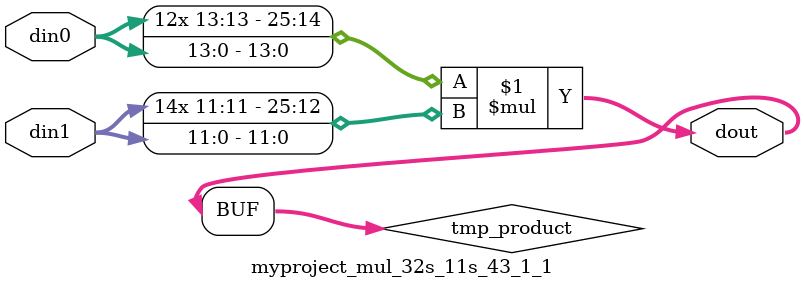
<source format=v>

`timescale 1 ns / 1 ps

  module myproject_mul_32s_11s_43_1_1(din0, din1, dout);
parameter ID = 1;
parameter NUM_STAGE = 0;
parameter din0_WIDTH = 14;
parameter din1_WIDTH = 12;
parameter dout_WIDTH = 26;

input [din0_WIDTH - 1 : 0] din0; 
input [din1_WIDTH - 1 : 0] din1; 
output [dout_WIDTH - 1 : 0] dout;

wire signed [dout_WIDTH - 1 : 0] tmp_product;













assign tmp_product = $signed(din0) * $signed(din1);








assign dout = tmp_product;







endmodule

</source>
